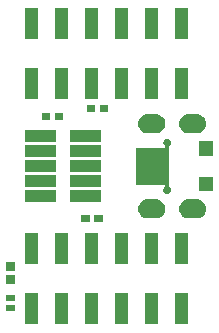
<source format=gts>
G04 #@! TF.GenerationSoftware,KiCad,Pcbnew,5.0.1*
G04 #@! TF.CreationDate,2018-12-09T07:22:16-08:00*
G04 #@! TF.ProjectId,pmod-samd21-usbu,706D6F642D73616D6432312D75736275,rev?*
G04 #@! TF.SameCoordinates,PX8822960PY9c3a754*
G04 #@! TF.FileFunction,Soldermask,Top*
G04 #@! TF.FilePolarity,Negative*
%FSLAX46Y46*%
G04 Gerber Fmt 4.6, Leading zero omitted, Abs format (unit mm)*
G04 Created by KiCad (PCBNEW 5.0.1) date Sun 09 Dec 2018 07:22:16 AM PST*
%MOMM*%
%LPD*%
G01*
G04 APERTURE LIST*
%ADD10C,0.100000*%
G04 APERTURE END LIST*
D10*
G36*
X3111000Y1206300D02*
X1993000Y1206300D01*
X1993000Y3848300D01*
X3111000Y3848300D01*
X3111000Y1206300D01*
X3111000Y1206300D01*
G37*
G36*
X15811000Y1206300D02*
X14693000Y1206300D01*
X14693000Y3848300D01*
X15811000Y3848300D01*
X15811000Y1206300D01*
X15811000Y1206300D01*
G37*
G36*
X13271000Y1206300D02*
X12153000Y1206300D01*
X12153000Y3848300D01*
X13271000Y3848300D01*
X13271000Y1206300D01*
X13271000Y1206300D01*
G37*
G36*
X10731000Y1206300D02*
X9613000Y1206300D01*
X9613000Y3848300D01*
X10731000Y3848300D01*
X10731000Y1206300D01*
X10731000Y1206300D01*
G37*
G36*
X5651000Y1206300D02*
X4533000Y1206300D01*
X4533000Y3848300D01*
X5651000Y3848300D01*
X5651000Y1206300D01*
X5651000Y1206300D01*
G37*
G36*
X8191000Y1206300D02*
X7073000Y1206300D01*
X7073000Y3848300D01*
X8191000Y3848300D01*
X8191000Y1206300D01*
X8191000Y1206300D01*
G37*
G36*
X1113000Y2334300D02*
X411000Y2334300D01*
X411000Y2836300D01*
X1113000Y2836300D01*
X1113000Y2334300D01*
X1113000Y2334300D01*
G37*
G36*
X1113000Y3234300D02*
X411000Y3234300D01*
X411000Y3736300D01*
X1113000Y3736300D01*
X1113000Y3234300D01*
X1113000Y3234300D01*
G37*
G36*
X1163000Y4674300D02*
X361000Y4674300D01*
X361000Y5376300D01*
X1163000Y5376300D01*
X1163000Y4674300D01*
X1163000Y4674300D01*
G37*
G36*
X1163000Y5774300D02*
X361000Y5774300D01*
X361000Y6476300D01*
X1163000Y6476300D01*
X1163000Y5774300D01*
X1163000Y5774300D01*
G37*
G36*
X13271000Y6286300D02*
X12153000Y6286300D01*
X12153000Y8928300D01*
X13271000Y8928300D01*
X13271000Y6286300D01*
X13271000Y6286300D01*
G37*
G36*
X15811000Y6286300D02*
X14693000Y6286300D01*
X14693000Y8928300D01*
X15811000Y8928300D01*
X15811000Y6286300D01*
X15811000Y6286300D01*
G37*
G36*
X10731000Y6286300D02*
X9613000Y6286300D01*
X9613000Y8928300D01*
X10731000Y8928300D01*
X10731000Y6286300D01*
X10731000Y6286300D01*
G37*
G36*
X8191000Y6286300D02*
X7073000Y6286300D01*
X7073000Y8928300D01*
X8191000Y8928300D01*
X8191000Y6286300D01*
X8191000Y6286300D01*
G37*
G36*
X3111000Y6286300D02*
X1993000Y6286300D01*
X1993000Y8928300D01*
X3111000Y8928300D01*
X3111000Y6286300D01*
X3111000Y6286300D01*
G37*
G36*
X5651000Y6286300D02*
X4533000Y6286300D01*
X4533000Y8928300D01*
X5651000Y8928300D01*
X5651000Y6286300D01*
X5651000Y6286300D01*
G37*
G36*
X8563000Y9846300D02*
X7861000Y9846300D01*
X7861000Y10448300D01*
X8563000Y10448300D01*
X8563000Y9846300D01*
X8563000Y9846300D01*
G37*
G36*
X7463000Y9846300D02*
X6761000Y9846300D01*
X6761000Y10448300D01*
X7463000Y10448300D01*
X7463000Y9846300D01*
X7463000Y9846300D01*
G37*
G36*
X13210585Y11789330D02*
X13361572Y11743528D01*
X13500725Y11669150D01*
X13622693Y11569053D01*
X13722790Y11447085D01*
X13797168Y11307932D01*
X13842970Y11156945D01*
X13858435Y10999920D01*
X13842970Y10842895D01*
X13797168Y10691908D01*
X13722790Y10552755D01*
X13622693Y10430787D01*
X13500725Y10330690D01*
X13361572Y10256312D01*
X13210585Y10210510D01*
X13092906Y10198920D01*
X12314214Y10198920D01*
X12196535Y10210510D01*
X12045548Y10256312D01*
X11906395Y10330690D01*
X11784427Y10430787D01*
X11684330Y10552755D01*
X11609952Y10691908D01*
X11564150Y10842895D01*
X11548685Y10999920D01*
X11564150Y11156945D01*
X11609952Y11307932D01*
X11684330Y11447085D01*
X11784427Y11569053D01*
X11906395Y11669150D01*
X12045548Y11743528D01*
X12196535Y11789330D01*
X12314214Y11800920D01*
X13092906Y11800920D01*
X13210585Y11789330D01*
X13210585Y11789330D01*
G37*
G36*
X16680585Y11789330D02*
X16831572Y11743528D01*
X16970725Y11669150D01*
X17092693Y11569053D01*
X17192790Y11447085D01*
X17267168Y11307932D01*
X17312970Y11156945D01*
X17328435Y10999920D01*
X17312970Y10842895D01*
X17267168Y10691908D01*
X17192790Y10552755D01*
X17092693Y10430787D01*
X16970725Y10330690D01*
X16831572Y10256312D01*
X16680585Y10210510D01*
X16562906Y10198920D01*
X15784214Y10198920D01*
X15666535Y10210510D01*
X15515548Y10256312D01*
X15376395Y10330690D01*
X15254427Y10430787D01*
X15154330Y10552755D01*
X15079952Y10691908D01*
X15034150Y10842895D01*
X15018685Y10999920D01*
X15034150Y11156945D01*
X15079952Y11307932D01*
X15154330Y11447085D01*
X15254427Y11569053D01*
X15376395Y11669150D01*
X15515548Y11743528D01*
X15666535Y11789330D01*
X15784214Y11800920D01*
X16562906Y11800920D01*
X16680585Y11789330D01*
X16680585Y11789330D01*
G37*
G36*
X8413000Y11551300D02*
X5811000Y11551300D01*
X5811000Y12553300D01*
X8413000Y12553300D01*
X8413000Y11551300D01*
X8413000Y11551300D01*
G37*
G36*
X4603000Y11551300D02*
X2001000Y11551300D01*
X2001000Y12553300D01*
X4603000Y12553300D01*
X4603000Y11551300D01*
X4603000Y11551300D01*
G37*
G36*
X14118651Y16913392D02*
X14177980Y16888817D01*
X14231374Y16853140D01*
X14276780Y16807734D01*
X14312457Y16754340D01*
X14337032Y16695011D01*
X14349560Y16632028D01*
X14349560Y16567812D01*
X14337032Y16504829D01*
X14312457Y16445500D01*
X14276780Y16392106D01*
X14231374Y16346700D01*
X14195113Y16322471D01*
X14176171Y16306926D01*
X14160626Y16287984D01*
X14149075Y16266373D01*
X14141962Y16242924D01*
X14139560Y16218538D01*
X14139560Y12981302D01*
X14141962Y12956916D01*
X14149075Y12933467D01*
X14160626Y12911856D01*
X14176172Y12892914D01*
X14195113Y12877369D01*
X14231374Y12853140D01*
X14276780Y12807734D01*
X14312457Y12754340D01*
X14337032Y12695011D01*
X14349560Y12632028D01*
X14349560Y12567812D01*
X14337032Y12504829D01*
X14312457Y12445500D01*
X14276780Y12392106D01*
X14231374Y12346700D01*
X14177980Y12311023D01*
X14118651Y12286448D01*
X14055668Y12273920D01*
X13991452Y12273920D01*
X13928469Y12286448D01*
X13869140Y12311023D01*
X13815746Y12346700D01*
X13770340Y12392106D01*
X13734663Y12445500D01*
X13710088Y12504829D01*
X13697560Y12567812D01*
X13697560Y12632028D01*
X13710088Y12695011D01*
X13734663Y12754340D01*
X13770340Y12807734D01*
X13798138Y12835532D01*
X13813684Y12854474D01*
X13825235Y12876085D01*
X13832348Y12899534D01*
X13834750Y12923920D01*
X13832348Y12948306D01*
X13825235Y12971755D01*
X13813684Y12993366D01*
X13798138Y13012308D01*
X13779196Y13027854D01*
X13757585Y13039405D01*
X13734136Y13046518D01*
X13709750Y13048920D01*
X11387560Y13048920D01*
X11387560Y16150920D01*
X13709750Y16150920D01*
X13734136Y16153322D01*
X13757585Y16160435D01*
X13779196Y16171986D01*
X13798138Y16187532D01*
X13813684Y16206474D01*
X13825235Y16228085D01*
X13832348Y16251534D01*
X13834750Y16275920D01*
X13832348Y16300306D01*
X13825235Y16323755D01*
X13813684Y16345366D01*
X13798138Y16364308D01*
X13770340Y16392106D01*
X13734663Y16445500D01*
X13710088Y16504829D01*
X13697560Y16567812D01*
X13697560Y16632028D01*
X13710088Y16695011D01*
X13734663Y16754340D01*
X13770340Y16807734D01*
X13815746Y16853140D01*
X13869140Y16888817D01*
X13928469Y16913392D01*
X13991452Y16925920D01*
X14055668Y16925920D01*
X14118651Y16913392D01*
X14118651Y16913392D01*
G37*
G36*
X17924560Y12498920D02*
X16722560Y12498920D01*
X16722560Y13700920D01*
X17924560Y13700920D01*
X17924560Y12498920D01*
X17924560Y12498920D01*
G37*
G36*
X4603000Y12821300D02*
X2001000Y12821300D01*
X2001000Y13823300D01*
X4603000Y13823300D01*
X4603000Y12821300D01*
X4603000Y12821300D01*
G37*
G36*
X8413000Y12821300D02*
X5811000Y12821300D01*
X5811000Y13823300D01*
X8413000Y13823300D01*
X8413000Y12821300D01*
X8413000Y12821300D01*
G37*
G36*
X4603000Y14091300D02*
X2001000Y14091300D01*
X2001000Y15093300D01*
X4603000Y15093300D01*
X4603000Y14091300D01*
X4603000Y14091300D01*
G37*
G36*
X8413000Y14091300D02*
X5811000Y14091300D01*
X5811000Y15093300D01*
X8413000Y15093300D01*
X8413000Y14091300D01*
X8413000Y14091300D01*
G37*
G36*
X4603000Y15361300D02*
X2001000Y15361300D01*
X2001000Y16363300D01*
X4603000Y16363300D01*
X4603000Y15361300D01*
X4603000Y15361300D01*
G37*
G36*
X8413000Y15361300D02*
X5811000Y15361300D01*
X5811000Y16363300D01*
X8413000Y16363300D01*
X8413000Y15361300D01*
X8413000Y15361300D01*
G37*
G36*
X17924560Y15498920D02*
X16722560Y15498920D01*
X16722560Y16700920D01*
X17924560Y16700920D01*
X17924560Y15498920D01*
X17924560Y15498920D01*
G37*
G36*
X8413000Y16631300D02*
X5811000Y16631300D01*
X5811000Y17633300D01*
X8413000Y17633300D01*
X8413000Y16631300D01*
X8413000Y16631300D01*
G37*
G36*
X4603000Y16631300D02*
X2001000Y16631300D01*
X2001000Y17633300D01*
X4603000Y17633300D01*
X4603000Y16631300D01*
X4603000Y16631300D01*
G37*
G36*
X16680585Y18989330D02*
X16831572Y18943528D01*
X16970725Y18869150D01*
X17092693Y18769053D01*
X17192790Y18647085D01*
X17267168Y18507932D01*
X17312970Y18356945D01*
X17328435Y18199920D01*
X17312970Y18042895D01*
X17267168Y17891908D01*
X17192790Y17752755D01*
X17092693Y17630787D01*
X16970725Y17530690D01*
X16831572Y17456312D01*
X16680585Y17410510D01*
X16562906Y17398920D01*
X15784214Y17398920D01*
X15666535Y17410510D01*
X15515548Y17456312D01*
X15376395Y17530690D01*
X15254427Y17630787D01*
X15154330Y17752755D01*
X15079952Y17891908D01*
X15034150Y18042895D01*
X15018685Y18199920D01*
X15034150Y18356945D01*
X15079952Y18507932D01*
X15154330Y18647085D01*
X15254427Y18769053D01*
X15376395Y18869150D01*
X15515548Y18943528D01*
X15666535Y18989330D01*
X15784214Y19000920D01*
X16562906Y19000920D01*
X16680585Y18989330D01*
X16680585Y18989330D01*
G37*
G36*
X13210585Y18989330D02*
X13361572Y18943528D01*
X13500725Y18869150D01*
X13622693Y18769053D01*
X13722790Y18647085D01*
X13797168Y18507932D01*
X13842970Y18356945D01*
X13858435Y18199920D01*
X13842970Y18042895D01*
X13797168Y17891908D01*
X13722790Y17752755D01*
X13622693Y17630787D01*
X13500725Y17530690D01*
X13361572Y17456312D01*
X13210585Y17410510D01*
X13092906Y17398920D01*
X12314214Y17398920D01*
X12196535Y17410510D01*
X12045548Y17456312D01*
X11906395Y17530690D01*
X11784427Y17630787D01*
X11684330Y17752755D01*
X11609952Y17891908D01*
X11564150Y18042895D01*
X11548685Y18199920D01*
X11564150Y18356945D01*
X11609952Y18507932D01*
X11684330Y18647085D01*
X11784427Y18769053D01*
X11906395Y18869150D01*
X12045548Y18943528D01*
X12196535Y18989330D01*
X12314214Y19000920D01*
X13092906Y19000920D01*
X13210585Y18989330D01*
X13210585Y18989330D01*
G37*
G36*
X4119000Y18482300D02*
X3417000Y18482300D01*
X3417000Y19084300D01*
X4119000Y19084300D01*
X4119000Y18482300D01*
X4119000Y18482300D01*
G37*
G36*
X5219000Y18482300D02*
X4517000Y18482300D01*
X4517000Y19084300D01*
X5219000Y19084300D01*
X5219000Y18482300D01*
X5219000Y18482300D01*
G37*
G36*
X9038305Y19205692D02*
X8336305Y19205692D01*
X8336305Y19807692D01*
X9038305Y19807692D01*
X9038305Y19205692D01*
X9038305Y19205692D01*
G37*
G36*
X7938305Y19205692D02*
X7236305Y19205692D01*
X7236305Y19807692D01*
X7938305Y19807692D01*
X7938305Y19205692D01*
X7938305Y19205692D01*
G37*
G36*
X10731000Y20256300D02*
X9613000Y20256300D01*
X9613000Y22898300D01*
X10731000Y22898300D01*
X10731000Y20256300D01*
X10731000Y20256300D01*
G37*
G36*
X13271000Y20256300D02*
X12153000Y20256300D01*
X12153000Y22898300D01*
X13271000Y22898300D01*
X13271000Y20256300D01*
X13271000Y20256300D01*
G37*
G36*
X8191000Y20256300D02*
X7073000Y20256300D01*
X7073000Y22898300D01*
X8191000Y22898300D01*
X8191000Y20256300D01*
X8191000Y20256300D01*
G37*
G36*
X5651000Y20256300D02*
X4533000Y20256300D01*
X4533000Y22898300D01*
X5651000Y22898300D01*
X5651000Y20256300D01*
X5651000Y20256300D01*
G37*
G36*
X3111000Y20256300D02*
X1993000Y20256300D01*
X1993000Y22898300D01*
X3111000Y22898300D01*
X3111000Y20256300D01*
X3111000Y20256300D01*
G37*
G36*
X15811000Y20256300D02*
X14693000Y20256300D01*
X14693000Y22898300D01*
X15811000Y22898300D01*
X15811000Y20256300D01*
X15811000Y20256300D01*
G37*
G36*
X8191000Y25336300D02*
X7073000Y25336300D01*
X7073000Y27978300D01*
X8191000Y27978300D01*
X8191000Y25336300D01*
X8191000Y25336300D01*
G37*
G36*
X10731000Y25336300D02*
X9613000Y25336300D01*
X9613000Y27978300D01*
X10731000Y27978300D01*
X10731000Y25336300D01*
X10731000Y25336300D01*
G37*
G36*
X13271000Y25336300D02*
X12153000Y25336300D01*
X12153000Y27978300D01*
X13271000Y27978300D01*
X13271000Y25336300D01*
X13271000Y25336300D01*
G37*
G36*
X5651000Y25336300D02*
X4533000Y25336300D01*
X4533000Y27978300D01*
X5651000Y27978300D01*
X5651000Y25336300D01*
X5651000Y25336300D01*
G37*
G36*
X15811000Y25336300D02*
X14693000Y25336300D01*
X14693000Y27978300D01*
X15811000Y27978300D01*
X15811000Y25336300D01*
X15811000Y25336300D01*
G37*
G36*
X3111000Y25336300D02*
X1993000Y25336300D01*
X1993000Y27978300D01*
X3111000Y27978300D01*
X3111000Y25336300D01*
X3111000Y25336300D01*
G37*
M02*

</source>
